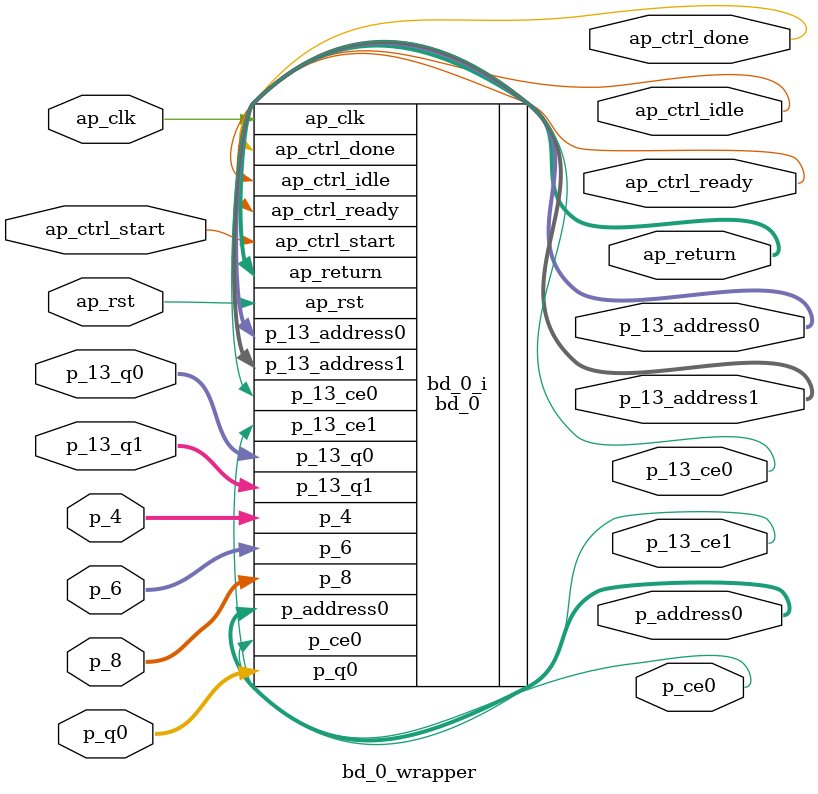
<source format=v>
`timescale 1 ps / 1 ps

module bd_0_wrapper
   (ap_clk,
    ap_ctrl_done,
    ap_ctrl_idle,
    ap_ctrl_ready,
    ap_ctrl_start,
    ap_return,
    ap_rst,
    p_13_address0,
    p_13_address1,
    p_13_ce0,
    p_13_ce1,
    p_13_q0,
    p_13_q1,
    p_4,
    p_6,
    p_8,
    p_address0,
    p_ce0,
    p_q0);
  input ap_clk;
  output ap_ctrl_done;
  output ap_ctrl_idle;
  output ap_ctrl_ready;
  input ap_ctrl_start;
  output [63:0]ap_return;
  input ap_rst;
  output [3:0]p_13_address0;
  output [3:0]p_13_address1;
  output p_13_ce0;
  output p_13_ce1;
  input [15:0]p_13_q0;
  input [15:0]p_13_q1;
  input [15:0]p_4;
  input [63:0]p_6;
  input [7:0]p_8;
  output [1:0]p_address0;
  output p_ce0;
  input [63:0]p_q0;

  wire ap_clk;
  wire ap_ctrl_done;
  wire ap_ctrl_idle;
  wire ap_ctrl_ready;
  wire ap_ctrl_start;
  wire [63:0]ap_return;
  wire ap_rst;
  wire [3:0]p_13_address0;
  wire [3:0]p_13_address1;
  wire p_13_ce0;
  wire p_13_ce1;
  wire [15:0]p_13_q0;
  wire [15:0]p_13_q1;
  wire [15:0]p_4;
  wire [63:0]p_6;
  wire [7:0]p_8;
  wire [1:0]p_address0;
  wire p_ce0;
  wire [63:0]p_q0;

  bd_0 bd_0_i
       (.ap_clk(ap_clk),
        .ap_ctrl_done(ap_ctrl_done),
        .ap_ctrl_idle(ap_ctrl_idle),
        .ap_ctrl_ready(ap_ctrl_ready),
        .ap_ctrl_start(ap_ctrl_start),
        .ap_return(ap_return),
        .ap_rst(ap_rst),
        .p_13_address0(p_13_address0),
        .p_13_address1(p_13_address1),
        .p_13_ce0(p_13_ce0),
        .p_13_ce1(p_13_ce1),
        .p_13_q0(p_13_q0),
        .p_13_q1(p_13_q1),
        .p_4(p_4),
        .p_6(p_6),
        .p_8(p_8),
        .p_address0(p_address0),
        .p_ce0(p_ce0),
        .p_q0(p_q0));
endmodule

</source>
